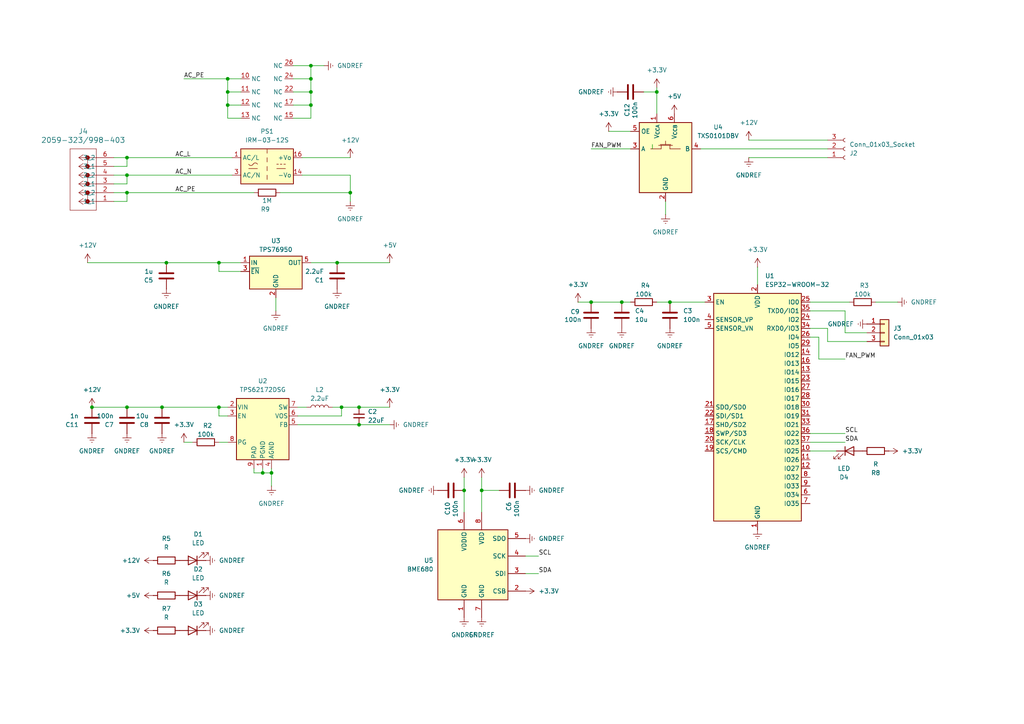
<source format=kicad_sch>
(kicad_sch (version 20231120) (generator "eeschema") (generator_version "8.0")
  (paper "A4")
  (lib_symbols
    (symbol "2025-02-11_15-19-27:2059-323_998-403" (pin_names (offset 0.254))
      (property "Reference" "J" (at 8.89 6.35 0))
      (property "Value" "2059-323/998-403" (at 0 0 0))
      (symbol "2059-323_998-403_1_1"
        (polyline (pts (xy 5.08 -15.24) (xy 12.7 -15.24)) (stroke (width 0.127)))
        (polyline (pts (xy 5.08 2.54) (xy 5.08 -15.24)) (stroke (width 0.127)))
        (polyline (pts (xy 7.62 -10.16) (xy 7.62 -12.7)) (stroke (width 0.127)))
        (polyline (pts (xy 7.62 -5.08) (xy 7.62 -7.62)) (stroke (width 0.127)))
        (polyline (pts (xy 7.62 0) (xy 7.62 -2.54)) (stroke (width 0.127)))
        (polyline (pts (xy 10.16 -12.7) (xy 5.08 -12.7)) (stroke (width 0.127)))
        (polyline (pts (xy 10.16 -12.7) (xy 8.89 -13.5467)) (stroke (width 0.127)))
        (polyline (pts (xy 10.16 -12.7) (xy 8.89 -11.8533)) (stroke (width 0.127)))
        (polyline (pts (xy 10.16 -10.16) (xy 5.08 -10.16)) (stroke (width 0.127)))
        (polyline (pts (xy 10.16 -10.16) (xy 8.89 -11.0067)) (stroke (width 0.127)))
        (polyline (pts (xy 10.16 -10.16) (xy 8.89 -9.3133)) (stroke (width 0.127)))
        (polyline (pts (xy 10.16 -7.62) (xy 5.08 -7.62)) (stroke (width 0.127)))
        (polyline (pts (xy 10.16 -7.62) (xy 8.89 -8.4667)) (stroke (width 0.127)))
        (polyline (pts (xy 10.16 -7.62) (xy 8.89 -6.7733)) (stroke (width 0.127)))
        (polyline (pts (xy 10.16 -5.08) (xy 5.08 -5.08)) (stroke (width 0.127)))
        (polyline (pts (xy 10.16 -5.08) (xy 8.89 -5.9267)) (stroke (width 0.127)))
        (polyline (pts (xy 10.16 -5.08) (xy 8.89 -4.2333)) (stroke (width 0.127)))
        (polyline (pts (xy 10.16 -2.54) (xy 5.08 -2.54)) (stroke (width 0.127)))
        (polyline (pts (xy 10.16 -2.54) (xy 8.89 -3.3867)) (stroke (width 0.127)))
        (polyline (pts (xy 10.16 -2.54) (xy 8.89 -1.6933)) (stroke (width 0.127)))
        (polyline (pts (xy 10.16 0) (xy 5.08 0)) (stroke (width 0.127)))
        (polyline (pts (xy 10.16 0) (xy 8.89 -0.8467)) (stroke (width 0.127)))
        (polyline (pts (xy 10.16 0) (xy 8.89 0.8467)) (stroke (width 0.127)))
        (polyline (pts (xy 12.7 -15.24) (xy 12.7 2.54)) (stroke (width 0.127)))
        (polyline (pts (xy 12.7 2.54) (xy 5.08 2.54)) (stroke (width 0.127)))
        (circle (center 7.62 -12.7) (radius 0.127) (stroke (width 0.508)))
        (circle (center 7.62 -10.16) (radius 0.127) (stroke (width 0.508)))
        (circle (center 7.62 -7.62) (radius 0.127) (stroke (width 0.508)))
        (circle (center 7.62 -5.08) (radius 0.127) (stroke (width 0.508)))
        (circle (center 7.62 -2.54) (radius 0.127) (stroke (width 0.508)))
        (circle (center 7.62 0) (radius 0.127) (stroke (width 0.508)))
        (pin unspecified line (at 0 0 0) (length 5.08) (name "1_1") (number "1"))
        (pin unspecified line (at 0 -2.54 0) (length 5.08) (name "1_2") (number "2"))
        (pin unspecified line (at 0 -5.08 0) (length 5.08) (name "2_1") (number "3"))
        (pin unspecified line (at 0 -7.62 0) (length 5.08) (name "2_2") (number "4"))
        (pin unspecified line (at 0 -10.16 0) (length 5.08) (name "3_1") (number "5"))
        (pin unspecified line (at 0 -12.7 0) (length 5.08) (name "3_2") (number "6"))
      )
      (symbol "2059-323_998-403_1_2"
        (polyline (pts (xy 5.08 -15.24) (xy 12.7 -15.24)) (stroke (width 0.127)))
        (polyline (pts (xy 5.08 2.54) (xy 5.08 -15.24)) (stroke (width 0.127)))
        (polyline (pts (xy 7.62 -10.16) (xy 7.62 -12.7)) (stroke (width 0.127)))
        (polyline (pts (xy 7.62 -5.08) (xy 7.62 -7.62)) (stroke (width 0.127)))
        (polyline (pts (xy 7.62 0) (xy 7.62 -2.54)) (stroke (width 0.127)))
        (polyline (pts (xy 10.16 -12.7) (xy 5.08 -12.7)) (stroke (width 0.127)))
        (polyline (pts (xy 10.16 -12.7) (xy 8.89 -13.5467)) (stroke (width 0.127)))
        (polyline (pts (xy 10.16 -12.7) (xy 8.89 -11.8533)) (stroke (width 0.127)))
        (polyline (pts (xy 10.16 -10.16) (xy 5.08 -10.16)) (stroke (width 0.127)))
        (polyline (pts (xy 10.16 -10.16) (xy 8.89 -11.0067)) (stroke (width 0.127)))
        (polyline (pts (xy 10.16 -10.16) (xy 8.89 -9.3133)) (stroke (width 0.127)))
        (polyline (pts (xy 10.16 -7.62) (xy 5.08 -7.62)) (stroke (width 0.127)))
        (polyline (pts (xy 10.16 -7.62) (xy 8.89 -8.4667)) (stroke (width 0.127)))
        (polyline (pts (xy 10.16 -7.62) (xy 8.89 -6.7733)) (stroke (width 0.127)))
        (polyline (pts (xy 10.16 -5.08) (xy 5.08 -5.08)) (stroke (width 0.127)))
        (polyline (pts (xy 10.16 -5.08) (xy 8.89 -5.9267)) (stroke (width 0.127)))
        (polyline (pts (xy 10.16 -5.08) (xy 8.89 -4.2333)) (stroke (width 0.127)))
        (polyline (pts (xy 10.16 -2.54) (xy 5.08 -2.54)) (stroke (width 0.127)))
        (polyline (pts (xy 10.16 -2.54) (xy 8.89 -3.3867)) (stroke (width 0.127)))
        (polyline (pts (xy 10.16 -2.54) (xy 8.89 -1.6933)) (stroke (width 0.127)))
        (polyline (pts (xy 10.16 0) (xy 5.08 0)) (stroke (width 0.127)))
        (polyline (pts (xy 10.16 0) (xy 8.89 -0.8467)) (stroke (width 0.127)))
        (polyline (pts (xy 10.16 0) (xy 8.89 0.8467)) (stroke (width 0.127)))
        (polyline (pts (xy 12.7 -15.24) (xy 12.7 2.54)) (stroke (width 0.127)))
        (polyline (pts (xy 12.7 2.54) (xy 5.08 2.54)) (stroke (width 0.127)))
        (circle (center 7.62 -12.7) (radius 0.127) (stroke (width 0.508)))
        (circle (center 7.62 -10.16) (radius 0.127) (stroke (width 0.508)))
        (circle (center 7.62 -7.62) (radius 0.127) (stroke (width 0.508)))
        (circle (center 7.62 -5.08) (radius 0.127) (stroke (width 0.508)))
        (circle (center 7.62 -2.54) (radius 0.127) (stroke (width 0.508)))
        (circle (center 7.62 0) (radius 0.127) (stroke (width 0.508)))
        (pin unspecified line (at 0 0 0) (length 5.08) (name "1_1") (number "1"))
        (pin unspecified line (at 0 -2.54 0) (length 5.08) (name "1_2") (number "2"))
        (pin unspecified line (at 0 -5.08 0) (length 5.08) (name "2_1") (number "3"))
        (pin unspecified line (at 0 -7.62 0) (length 5.08) (name "2_2") (number "4"))
        (pin unspecified line (at 0 -10.16 0) (length 5.08) (name "3_1") (number "5"))
        (pin unspecified line (at 0 -12.7 0) (length 5.08) (name "3_2") (number "6"))
      )
    )
    (symbol "Connector:Conn_01x03_Socket" (pin_names (offset 1.016) hide)
      (property "Reference" "J" (at 0 5.08 0))
      (property "Value" "Conn_01x03_Socket" (at 0 -5.08 0))
      (symbol "Conn_01x03_Socket_1_1"
        (arc (start 0 -2.032) (mid -0.5058 -2.54) (end 0 -3.048) (stroke (width 0.1524)))
        (polyline (pts (xy -1.27 -2.54) (xy -0.508 -2.54)) (stroke (width 0.1524)))
        (polyline (pts (xy -1.27 0) (xy -0.508 0)) (stroke (width 0.1524)))
        (polyline (pts (xy -1.27 2.54) (xy -0.508 2.54)) (stroke (width 0.1524)))
        (arc (start 0 0.508) (mid -0.5058 0) (end 0 -0.508) (stroke (width 0.1524)))
        (arc (start 0 3.048) (mid -0.5058 2.54) (end 0 2.032) (stroke (width 0.1524)))
        (pin passive line (at -5.08 2.54 0) (length 3.81) (name "Pin_1") (number "1"))
        (pin passive line (at -5.08 0 0) (length 3.81) (name "Pin_2") (number "2"))
        (pin passive line (at -5.08 -2.54 0) (length 3.81) (name "Pin_3") (number "3"))
      )
    )
    (symbol "Connector_Generic:Conn_01x03" (pin_names (offset 1.016) hide)
      (property "Reference" "J" (at 0 5.08 0))
      (property "Value" "Conn_01x03" (at 0 -5.08 0))
      (symbol "Conn_01x03_1_1"
        (rectangle (start -1.27 -2.413) (end 0 -2.667) (stroke (width 0.1524)))
        (rectangle (start -1.27 0.127) (end 0 -0.127) (stroke (width 0.1524)))
        (rectangle (start -1.27 2.667) (end 0 2.413) (stroke (width 0.1524)))
        (rectangle (start -1.27 3.81) (end 1.27 -3.81) (stroke (width 0.254)) (fill (type background)))
        (pin passive line (at -5.08 2.54 0) (length 3.81) (name "Pin_1") (number "1"))
        (pin passive line (at -5.08 0 0) (length 3.81) (name "Pin_2") (number "2"))
        (pin passive line (at -5.08 -2.54 0) (length 3.81) (name "Pin_3") (number "3"))
      )
    )
    (symbol "Converter_ACDC:IRM-03-12S"
      (property "Reference" "PS1" (at 0 10.16 0))
      (property "Value" "IRM-03-12S" (at 0 7.62 0))
      (symbol "IRM-03-12S_0_1"
        (rectangle (start -7.62 5.08) (end 7.62 -5.08) (stroke (width 0.254)) (fill (type background)))
        (arc (start -5.334 0.635) (mid -4.699 0.2495) (end -4.064 0.635))
        (arc (start -2.794 0.635) (mid -3.429 1.0072) (end -4.064 0.635))
        (polyline (pts (xy -5.334 -0.635) (xy -2.794 -0.635)))
        (polyline (pts (xy 0 -2.54) (xy 0 -3.81)))
        (polyline (pts (xy 0 0) (xy 0 -1.27)))
        (polyline (pts (xy 0 2.54) (xy 0 1.27)))
        (polyline (pts (xy 0 5.08) (xy 0 3.81)))
        (polyline (pts (xy 2.794 -0.635) (xy 5.334 -0.635)))
        (polyline (pts (xy 2.794 0.635) (xy 3.302 0.635)))
        (polyline (pts (xy 3.81 0.635) (xy 4.318 0.635)))
        (polyline (pts (xy 4.826 0.635) (xy 5.334 0.635)))
      )
      (symbol "IRM-03-12S_1_1"
        (pin power_in line (at -10.16 2.54 0) (length 2.54) (name "AC/L") (number "1"))
        (pin free line (at -7.62 25.4 0) (length 2.54) (name "NC") (number "10"))
        (pin free line (at -7.62 21.59 0) (length 2.54) (name "NC") (number "11"))
        (pin free line (at -7.62 17.78 0) (length 2.54) (name "NC") (number "12"))
        (pin free line (at -7.62 13.97 0) (length 2.54) (name "NC") (number "13"))
        (pin power_out line (at 10.16 -2.54 180) (length 2.54) (name "-Vo") (number "14"))
        (pin free line (at 7.62 13.97 180) (length 2.54) (name "NC") (number "15"))
        (pin power_out line (at 10.16 2.54 180) (length 2.54) (name "+Vo") (number "16"))
        (pin free line (at 7.62 17.78 180) (length 2.54) (name "NC") (number "17"))
        (pin free line (at 7.62 21.59 180) (length 2.54) (name "NC") (number "22"))
        (pin free line (at 7.62 25.4 180) (length 2.54) (name "NC") (number "24"))
        (pin free line (at 7.62 29.21 180) (length 2.54) (name "NC") (number "26"))
        (pin power_in line (at -10.16 -2.54 0) (length 2.54) (name "AC/N") (number "3"))
      )
    )
    (symbol "Device:C" (pin_numbers hide) (pin_names (offset 0.254))
      (property "Reference" "C" (at 0.635 2.54 0))
      (property "Value" "C" (at 0.635 -2.54 0))
      (symbol "C_0_1"
        (polyline (pts (xy -2.032 -0.762) (xy 2.032 -0.762)) (stroke (width 0.508)))
        (polyline (pts (xy -2.032 0.762) (xy 2.032 0.762)) (stroke (width 0.508)))
      )
      (symbol "C_1_1"
        (pin passive line (at 0 3.81 270) (length 2.794) (name "~") (number "1"))
        (pin passive line (at 0 -3.81 90) (length 2.794) (name "~") (number "2"))
      )
    )
    (symbol "Device:C_Small" (pin_numbers hide) (pin_names (offset 0.254) hide)
      (property "Reference" "C" (at 0.254 1.778 0))
      (property "Value" "C_Small" (at 0.254 -2.032 0))
      (symbol "C_Small_0_1"
        (polyline (pts (xy -1.524 -0.508) (xy 1.524 -0.508)) (stroke (width 0.3302)))
        (polyline (pts (xy -1.524 0.508) (xy 1.524 0.508)) (stroke (width 0.3048)))
      )
      (symbol "C_Small_1_1"
        (pin passive line (at 0 2.54 270) (length 2.032) (name "~") (number "1"))
        (pin passive line (at 0 -2.54 90) (length 2.032) (name "~") (number "2"))
      )
    )
    (symbol "Device:L" (pin_numbers hide) (pin_names (offset 1.016) hide)
      (property "Reference" "L" (at -1.27 0 90))
      (property "Value" "L" (at 1.905 0 90))
      (symbol "L_0_1"
        (arc (start 0 -2.54) (mid 0.6323 -1.905) (end 0 -1.27))
        (arc (start 0 -1.27) (mid 0.6323 -0.635) (end 0 0))
        (arc (start 0 0) (mid 0.6323 0.635) (end 0 1.27))
        (arc (start 0 1.27) (mid 0.6323 1.905) (end 0 2.54))
      )
      (symbol "L_1_1"
        (pin passive line (at 0 3.81 270) (length 1.27) (name "1") (number "1"))
        (pin passive line (at 0 -3.81 90) (length 1.27) (name "2") (number "2"))
      )
    )
    (symbol "Device:LED" (pin_numbers hide) (pin_names (offset 1.016) hide)
      (property "Reference" "D" (at 0 2.54 0))
      (property "Value" "LED" (at 0 -2.54 0))
      (symbol "LED_0_1"
        (polyline (pts (xy -1.27 -1.27) (xy -1.27 1.27)) (stroke (width 0.254)))
        (polyline (pts (xy -1.27 0) (xy 1.27 0)))
        (polyline (pts (xy 1.27 -1.27) (xy 1.27 1.27) (xy -1.27 0) (xy 1.27 -1.27)) (stroke (width 0.254)))
        (polyline (pts (xy -3.048 -0.762) (xy -4.572 -2.286) (xy -3.81 -2.286) (xy -4.572 -2.286) (xy -4.572 -1.524)))
        (polyline (pts (xy -1.778 -0.762) (xy -3.302 -2.286) (xy -2.54 -2.286) (xy -3.302 -2.286) (xy -3.302 -1.524)))
      )
      (symbol "LED_1_1"
        (pin passive line (at -3.81 0 0) (length 2.54) (name "K") (number "1"))
        (pin passive line (at 3.81 0 180) (length 2.54) (name "A") (number "2"))
      )
    )
    (symbol "Device:R" (pin_numbers hide) (pin_names (offset 0))
      (property "Reference" "R" (at 2.032 0 90))
      (property "Value" "R" (at 0 0 90))
      (symbol "R_0_1"
        (rectangle (start -1.016 -2.54) (end 1.016 2.54) (stroke (width 0.254)))
      )
      (symbol "R_1_1"
        (pin passive line (at 0 3.81 270) (length 1.27) (name "~") (number "1"))
        (pin passive line (at 0 -3.81 90) (length 1.27) (name "~") (number "2"))
      )
    )
    (symbol "Logic_LevelTranslator:TXS0101DBV"
      (property "Reference" "U" (at -6.35 11.43 0))
      (property "Value" "TXS0101DBV" (at 8.89 11.43 0))
      (symbol "TXS0101DBV_0_1"
        (rectangle (start -7.62 10.16) (end 7.62 -10.16) (stroke (width 0.254)) (fill (type background)))
      )
      (symbol "TXS0101DBV_1_1"
        (polyline (pts (xy -4.318 2.54) (xy -1.27 2.54)))
        (polyline (pts (xy -2.032 3.556) (xy 2.032 3.556)))
        (polyline (pts (xy -1.524 3.81) (xy 1.524 3.81)))
        (polyline (pts (xy -1.27 2.54) (xy -1.27 3.556)))
        (polyline (pts (xy 0 3.81) (xy 0 4.826)))
        (polyline (pts (xy 1.27 2.54) (xy 1.27 3.556)))
        (polyline (pts (xy 4.318 2.54) (xy 1.27 2.54)))
        (pin power_in line (at -2.54 12.7 270) (length 2.54) (name "V_{CCA}") (number "1"))
        (pin power_in line (at 0 -12.7 90) (length 2.54) (name "GND") (number "2"))
        (pin bidirectional line (at -10.16 2.54 0) (length 2.54) (name "A") (number "3"))
        (pin bidirectional line (at 10.16 2.54 180) (length 2.54) (name "B") (number "4"))
        (pin input line (at -10.16 7.62 0) (length 2.54) (name "OE") (number "5"))
        (pin power_in line (at 2.54 12.7 270) (length 2.54) (name "V_{CCB}") (number "6"))
      )
    )
    (symbol "RF_Module:ESP32-WROOM-32"
      (property "Reference" "U" (at -12.7 34.29 0))
      (property "Value" "ESP32-WROOM-32" (at 1.27 34.29 0))
      (symbol "ESP32-WROOM-32_0_1"
        (rectangle (start -12.7 33.02) (end 12.7 -33.02) (stroke (width 0.254)) (fill (type background)))
      )
      (symbol "ESP32-WROOM-32_1_1"
        (pin power_in line (at 0 -35.56 90) (length 2.54) (name "GND") (number "1"))
        (pin bidirectional line (at 15.24 -12.7 180) (length 2.54) (name "IO25") (number "10"))
        (pin bidirectional line (at 15.24 -15.24 180) (length 2.54) (name "IO26") (number "11"))
        (pin bidirectional line (at 15.24 -17.78 180) (length 2.54) (name "IO27") (number "12"))
        (pin bidirectional line (at 15.24 10.16 180) (length 2.54) (name "IO14") (number "13"))
        (pin bidirectional line (at 15.24 15.24 180) (length 2.54) (name "IO12") (number "14"))
        (pin passive line (at 0 -35.56 90) (length 2.54) hide (name "GND") (number "15"))
        (pin bidirectional line (at 15.24 12.7 180) (length 2.54) (name "IO13") (number "16"))
        (pin bidirectional line (at -15.24 -5.08 0) (length 2.54) (name "SHD/SD2") (number "17"))
        (pin bidirectional line (at -15.24 -7.62 0) (length 2.54) (name "SWP/SD3") (number "18"))
        (pin bidirectional line (at -15.24 -12.7 0) (length 2.54) (name "SCS/CMD") (number "19"))
        (pin power_in line (at 0 35.56 270) (length 2.54) (name "VDD") (number "2"))
        (pin bidirectional line (at -15.24 -10.16 0) (length 2.54) (name "SCK/CLK") (number "20"))
        (pin bidirectional line (at -15.24 0 0) (length 2.54) (name "SDO/SD0") (number "21"))
        (pin bidirectional line (at -15.24 -2.54 0) (length 2.54) (name "SDI/SD1") (number "22"))
        (pin bidirectional line (at 15.24 7.62 180) (length 2.54) (name "IO15") (number "23"))
        (pin bidirectional line (at 15.24 25.4 180) (length 2.54) (name "IO2") (number "24"))
        (pin bidirectional line (at 15.24 30.48 180) (length 2.54) (name "IO0") (number "25"))
        (pin bidirectional line (at 15.24 20.32 180) (length 2.54) (name "IO4") (number "26"))
        (pin bidirectional line (at 15.24 5.08 180) (length 2.54) (name "IO16") (number "27"))
        (pin bidirectional line (at 15.24 2.54 180) (length 2.54) (name "IO17") (number "28"))
        (pin bidirectional line (at 15.24 17.78 180) (length 2.54) (name "IO5") (number "29"))
        (pin input line (at -15.24 30.48 0) (length 2.54) (name "EN") (number "3"))
        (pin bidirectional line (at 15.24 0 180) (length 2.54) (name "IO18") (number "30"))
        (pin bidirectional line (at 15.24 -2.54 180) (length 2.54) (name "IO19") (number "31"))
        (pin no_connect line (at -12.7 -27.94 0) (length 2.54) hide (name "NC") (number "32"))
        (pin bidirectional line (at 15.24 -5.08 180) (length 2.54) (name "IO21") (number "33"))
        (pin bidirectional line (at 15.24 22.86 180) (length 2.54) (name "RXD0/IO3") (number "34"))
        (pin bidirectional line (at 15.24 27.94 180) (length 2.54) (name "TXD0/IO1") (number "35"))
        (pin bidirectional line (at 15.24 -7.62 180) (length 2.54) (name "IO22") (number "36"))
        (pin bidirectional line (at 15.24 -10.16 180) (length 2.54) (name "IO23") (number "37"))
        (pin passive line (at 0 -35.56 90) (length 2.54) hide (name "GND") (number "38"))
        (pin passive line (at 0 -35.56 90) (length 2.54) hide (name "GND") (number "39"))
        (pin input line (at -15.24 25.4 0) (length 2.54) (name "SENSOR_VP") (number "4"))
        (pin input line (at -15.24 22.86 0) (length 2.54) (name "SENSOR_VN") (number "5"))
        (pin input line (at 15.24 -25.4 180) (length 2.54) (name "IO34") (number "6"))
        (pin input line (at 15.24 -27.94 180) (length 2.54) (name "IO35") (number "7"))
        (pin bidirectional line (at 15.24 -20.32 180) (length 2.54) (name "IO32") (number "8"))
        (pin bidirectional line (at 15.24 -22.86 180) (length 2.54) (name "IO33") (number "9"))
      )
    )
    (symbol "Regulator_Linear:TPS76950" (pin_names (offset 0.254))
      (property "Reference" "U" (at -6.35 5.715 0))
      (property "Value" "TPS76950" (at 0 5.715 0))
      (symbol "TPS76950_0_1"
        (rectangle (start -7.62 4.445) (end 7.62 -5.08) (stroke (width 0.254)) (fill (type background)))
      )
      (symbol "TPS76950_1_1"
        (pin power_in line (at -10.16 2.54 0) (length 2.54) (name "IN") (number "1"))
        (pin power_in line (at 0 -7.62 90) (length 2.54) (name "GND") (number "2"))
        (pin input line (at -10.16 0 0) (length 2.54) (name "~{EN}") (number "3"))
        (pin no_connect line (at 7.62 0 180) (length 2.54) hide (name "NC") (number "4"))
        (pin power_out line (at 10.16 2.54 180) (length 2.54) (name "OUT") (number "5"))
      )
    )
    (symbol "Regulator_Switching:TPS62172DSG" (pin_names (offset 0.254))
      (property "Reference" "U" (at -7.62 11.43 0))
      (property "Value" "TPS62172DSG" (at -1.27 11.43 0))
      (symbol "TPS62172DSG_0_1"
        (rectangle (start -7.62 10.16) (end 7.62 -7.62) (stroke (width 0.254)) (fill (type background)))
      )
      (symbol "TPS62172DSG_1_1"
        (pin power_in line (at 0 -10.16 90) (length 2.54) (name "PGND") (number "1"))
        (pin power_in line (at -10.16 7.62 0) (length 2.54) (name "VIN") (number "2"))
        (pin input line (at -10.16 5.08 0) (length 2.54) (name "EN") (number "3"))
        (pin power_in line (at 2.54 -10.16 90) (length 2.54) (name "AGND") (number "4"))
        (pin input line (at 10.16 2.54 180) (length 2.54) (name "FB") (number "5"))
        (pin input line (at 10.16 5.08 180) (length 2.54) (name "VOS") (number "6"))
        (pin output line (at 10.16 7.62 180) (length 2.54) (name "SW") (number "7"))
        (pin open_collector line (at -10.16 -2.54 0) (length 2.54) (name "PG") (number "8"))
        (pin power_in line (at -2.54 -10.16 90) (length 2.54) (name "PAD") (number "9"))
      )
    )
    (symbol "Sensor:BME680"
      (property "Reference" "U" (at -8.89 11.43 0))
      (property "Value" "BME680" (at 7.62 11.43 0))
      (symbol "BME680_0_1"
        (rectangle (start -10.16 10.16) (end 10.16 -10.16) (stroke (width 0.254)) (fill (type background)))
      )
      (symbol "BME680_1_1"
        (pin power_in line (at -2.54 -15.24 90) (length 5.08) (name "GND") (number "1"))
        (pin input line (at 15.24 -7.62 180) (length 5.08) (name "CSB") (number "2"))
        (pin bidirectional line (at 15.24 -2.54 180) (length 5.08) (name "SDI") (number "3"))
        (pin input line (at 15.24 2.54 180) (length 5.08) (name "SCK") (number "4"))
        (pin bidirectional line (at 15.24 7.62 180) (length 5.08) (name "SDO") (number "5"))
        (pin power_in line (at -2.54 15.24 270) (length 5.08) (name "VDDIO") (number "6"))
        (pin power_in line (at 2.54 -15.24 90) (length 5.08) (name "GND") (number "7"))
        (pin power_in line (at 2.54 15.24 270) (length 5.08) (name "VDD") (number "8"))
      )
    )
    (symbol "power:+12V" (power) (pin_numbers hide) (pin_names (offset 0) hide)
      (property "Value" "+12V" (at 0 3.556 0))
      (symbol "+12V_0_1"
        (polyline (pts (xy -0.762 1.27) (xy 0 2.54)))
        (polyline (pts (xy 0 0) (xy 0 2.54)))
        (polyline (pts (xy 0 2.54) (xy 0.762 1.27)))
      )
      (symbol "+12V_1_1"
        (pin power_in line (at 0 0 90) (length 0) (name "~") (number "1"))
      )
    )
    (symbol "power:+3.3V" (power) (pin_numbers hide) (pin_names (offset 0) hide)
      (property "Value" "+3.3V" (at 0 3.556 0))
      (symbol "+3.3V_0_1"
        (polyline (pts (xy -0.762 1.27) (xy 0 2.54)))
        (polyline (pts (xy 0 0) (xy 0 2.54)))
        (polyline (pts (xy 0 2.54) (xy 0.762 1.27)))
      )
      (symbol "+3.3V_1_1"
        (pin power_in line (at 0 0 90) (length 0) (name "~") (number "1"))
      )
    )
    (symbol "power:+5V" (power) (pin_numbers hide) (pin_names (offset 0) hide)
      (property "Value" "+5V" (at 0 3.556 0))
      (symbol "+5V_0_1"
        (polyline (pts (xy -0.762 1.27) (xy 0 2.54)))
        (polyline (pts (xy 0 0) (xy 0 2.54)))
        (polyline (pts (xy 0 2.54) (xy 0.762 1.27)))
      )
      (symbol "+5V_1_1"
        (pin power_in line (at 0 0 90) (length 0) (name "~") (number "1"))
      )
    )
    (symbol "power:GNDREF" (power) (pin_numbers hide) (pin_names (offset 0) hide)
      (property "Value" "GNDREF" (at 0 -3.81 0))
      (symbol "GNDREF_0_1"
        (polyline (pts (xy -0.635 -1.905) (xy 0.635 -1.905)))
        (polyline (pts (xy -0.127 -2.54) (xy 0.127 -2.54)))
        (polyline (pts (xy 0 -1.27) (xy 0 0)))
        (polyline (pts (xy 1.27 -1.27) (xy -1.27 -1.27)))
      )
      (symbol "GNDREF_1_1"
        (pin power_in line (at 0 0 270) (length 0) (name "~") (number "1"))
      )
    )
  )
  (junction (at 36.83 50.8))
  (junction (at 171.45 87.63))
  (junction (at 66.04 22.86))
  (junction (at 36.83 55.88))
  (junction (at 66.04 26.67))
  (junction (at 104.14 118.11))
  (junction (at 90.17 22.86))
  (junction (at 139.7 142.24))
  (junction (at 90.17 30.48))
  (junction (at 180.34 87.63))
  (junction (at 190.5 26.67))
  (junction (at 36.83 118.11))
  (junction (at 99.06 118.11))
  (junction (at 97.79 76.2))
  (junction (at 134.62 142.24))
  (junction (at 76.2 137.16))
  (junction (at 104.14 123.19))
  (junction (at 78.74 137.16))
  (junction (at 36.83 45.72))
  (junction (at 63.5 118.11))
  (junction (at 48.26 76.2))
  (junction (at 101.6 55.88))
  (junction (at 46.99 118.11))
  (junction (at 66.04 30.48))
  (junction (at 194.31 87.63))
  (junction (at 90.17 26.67))
  (junction (at 26.67 118.11))
  (junction (at 63.5 76.2))
  (junction (at 90.17 19.05))
  (wire (pts (xy 26.67 118.11) (xy 36.83 118.11)))
  (wire (pts (xy 97.79 76.2) (xy 113.03 76.2)))
  (wire (pts (xy 63.5 78.74) (xy 63.5 76.2)))
  (wire (pts (xy 139.7 138.43) (xy 139.7 142.24)))
  (wire (pts (xy 66.04 30.48) (xy 69.85 30.48)))
  (wire (pts (xy 33.02 50.8) (xy 36.83 50.8)))
  (wire (pts (xy 217.17 40.64) (xy 240.03 40.64)))
  (wire (pts (xy 69.85 78.74) (xy 63.5 78.74)))
  (wire (pts (xy 90.17 26.67) (xy 90.17 22.86)))
  (wire (pts (xy 53.34 22.86) (xy 66.04 22.86)))
  (wire (pts (xy 96.52 118.11) (xy 99.06 118.11)))
  (wire (pts (xy 85.09 19.05) (xy 90.17 19.05)))
  (wire (pts (xy 176.53 38.1) (xy 182.88 38.1)))
  (wire (pts (xy 217.17 45.72) (xy 240.03 45.72)))
  (wire (pts (xy 66.04 30.48) (xy 66.04 26.67)))
  (wire (pts (xy 33.02 53.34) (xy 36.83 53.34)))
  (wire (pts (xy 237.49 97.79) (xy 237.49 104.14)))
  (wire (pts (xy 86.36 120.65) (xy 99.06 120.65)))
  (wire (pts (xy 73.66 135.89) (xy 73.66 137.16)))
  (wire (pts (xy 190.5 87.63) (xy 194.31 87.63)))
  (wire (pts (xy 78.74 137.16) (xy 78.74 135.89)))
  (wire (pts (xy 88.9 118.11) (xy 86.36 118.11)))
  (wire (pts (xy 80.01 86.36) (xy 80.01 90.17)))
  (wire (pts (xy 240.03 95.25) (xy 234.95 95.25)))
  (wire (pts (xy 81.28 55.88) (xy 101.6 55.88)))
  (wire (pts (xy 97.79 76.2) (xy 90.17 76.2)))
  (wire (pts (xy 167.64 87.63) (xy 171.45 87.63)))
  (wire (pts (xy 194.31 87.63) (xy 204.47 87.63)))
  (wire (pts (xy 66.04 22.86) (xy 69.85 22.86)))
  (wire (pts (xy 36.83 55.88) (xy 73.66 55.88)))
  (wire (pts (xy 66.04 26.67) (xy 66.04 22.86)))
  (wire (pts (xy 240.03 99.06) (xy 240.03 95.25)))
  (wire (pts (xy 242.57 130.81) (xy 234.95 130.81)))
  (wire (pts (xy 85.09 34.29) (xy 90.17 34.29)))
  (wire (pts (xy 90.17 19.05) (xy 93.98 19.05)))
  (wire (pts (xy 171.45 87.63) (xy 180.34 87.63)))
  (wire (pts (xy 66.04 34.29) (xy 66.04 30.48)))
  (wire (pts (xy 36.83 58.42) (xy 36.83 55.88)))
  (wire (pts (xy 234.95 128.27) (xy 245.11 128.27)))
  (wire (pts (xy 53.34 128.27) (xy 55.88 128.27)))
  (wire (pts (xy 99.06 118.11) (xy 104.14 118.11)))
  (wire (pts (xy 76.2 135.89) (xy 76.2 137.16)))
  (wire (pts (xy 190.5 26.67) (xy 190.5 33.02)))
  (wire (pts (xy 101.6 58.42) (xy 101.6 55.88)))
  (wire (pts (xy 254 87.63) (xy 260.35 87.63)))
  (wire (pts (xy 234.95 90.17) (xy 245.11 90.17)))
  (wire (pts (xy 66.04 26.67) (xy 69.85 26.67)))
  (wire (pts (xy 99.06 120.65) (xy 99.06 118.11)))
  (wire (pts (xy 73.66 137.16) (xy 76.2 137.16)))
  (wire (pts (xy 33.02 55.88) (xy 36.83 55.88)))
  (wire (pts (xy 203.2 43.18) (xy 240.03 43.18)))
  (wire (pts (xy 234.95 125.73) (xy 245.11 125.73)))
  (wire (pts (xy 156.21 166.37) (xy 152.4 166.37)))
  (wire (pts (xy 134.62 138.43) (xy 134.62 142.24)))
  (wire (pts (xy 180.34 87.63) (xy 182.88 87.63)))
  (wire (pts (xy 63.5 120.65) (xy 63.5 118.11)))
  (wire (pts (xy 245.11 90.17) (xy 245.11 96.52)))
  (wire (pts (xy 171.45 43.18) (xy 182.88 43.18)))
  (wire (pts (xy 63.5 118.11) (xy 66.04 118.11)))
  (wire (pts (xy 190.5 25.4) (xy 190.5 26.67)))
  (wire (pts (xy 237.49 104.14) (xy 245.11 104.14)))
  (wire (pts (xy 63.5 76.2) (xy 69.85 76.2)))
  (wire (pts (xy 78.74 140.97) (xy 78.74 137.16)))
  (wire (pts (xy 85.09 30.48) (xy 90.17 30.48)))
  (wire (pts (xy 186.69 26.67) (xy 190.5 26.67)))
  (wire (pts (xy 46.99 118.11) (xy 63.5 118.11)))
  (wire (pts (xy 85.09 26.67) (xy 90.17 26.67)))
  (wire (pts (xy 101.6 55.88) (xy 101.6 50.8)))
  (wire (pts (xy 36.83 50.8) (xy 67.31 50.8)))
  (wire (pts (xy 69.85 34.29) (xy 66.04 34.29)))
  (wire (pts (xy 33.02 58.42) (xy 36.83 58.42)))
  (wire (pts (xy 156.21 161.29) (xy 152.4 161.29)))
  (wire (pts (xy 63.5 128.27) (xy 66.04 128.27)))
  (wire (pts (xy 76.2 137.16) (xy 78.74 137.16)))
  (wire (pts (xy 66.04 120.65) (xy 63.5 120.65)))
  (wire (pts (xy 251.46 99.06) (xy 240.03 99.06)))
  (wire (pts (xy 246.38 87.63) (xy 234.95 87.63)))
  (wire (pts (xy 113.03 123.19) (xy 104.14 123.19)))
  (wire (pts (xy 189.23 43.18) (xy 189.23 41.91)))
  (wire (pts (xy 134.62 142.24) (xy 134.62 148.59)))
  (wire (pts (xy 33.02 48.26) (xy 36.83 48.26)))
  (wire (pts (xy 87.63 45.72) (xy 101.6 45.72)))
  (wire (pts (xy 85.09 22.86) (xy 90.17 22.86)))
  (wire (pts (xy 144.78 142.24) (xy 139.7 142.24)))
  (wire (pts (xy 193.04 62.23) (xy 193.04 58.42)))
  (wire (pts (xy 139.7 142.24) (xy 139.7 148.59)))
  (wire (pts (xy 101.6 50.8) (xy 87.63 50.8)))
  (wire (pts (xy 90.17 34.29) (xy 90.17 30.48)))
  (wire (pts (xy 36.83 118.11) (xy 46.99 118.11)))
  (wire (pts (xy 245.11 96.52) (xy 251.46 96.52)))
  (wire (pts (xy 90.17 30.48) (xy 90.17 26.67)))
  (wire (pts (xy 104.14 123.19) (xy 86.36 123.19)))
  (wire (pts (xy 36.83 53.34) (xy 36.83 50.8)))
  (wire (pts (xy 90.17 22.86) (xy 90.17 19.05)))
  (wire (pts (xy 36.83 48.26) (xy 36.83 45.72)))
  (wire (pts (xy 104.14 118.11) (xy 113.03 118.11)))
  (wire (pts (xy 25.4 76.2) (xy 48.26 76.2)))
  (wire (pts (xy 36.83 45.72) (xy 67.31 45.72)))
  (wire (pts (xy 48.26 76.2) (xy 63.5 76.2)))
  (wire (pts (xy 219.71 77.47) (xy 219.71 82.55)))
  (wire (pts (xy 234.95 97.79) (xy 237.49 97.79)))
  (wire (pts (xy 33.02 45.72) (xy 36.83 45.72)))
  (label "AC_PE" (at 50.8 55.88 0))
  (label "FAN_PWM" (at 245.11 104.14 0))
  (label "SCL" (at 156.21 161.29 0))
  (label "SDA" (at 156.21 166.37 0))
  (label "SDA" (at 245.11 128.27 0))
  (label "AC_PE" (at 53.34 22.86 0))
  (label "AC_N" (at 50.8 50.8 0))
  (label "FAN_PWM" (at 171.45 43.18 0))
  (label "AC_L" (at 50.8 45.72 0))
  (label "SCL" (at 245.11 125.73 0))
  (symbol (lib_id "Device:C") (at 130.81 142.24 270) (unit 1)
    (property "Reference" "C10" (at 129.794 145.542 0) (effects (justify left)))
    (property "Value" "100n" (at 132.08 145.034 0) (effects (justify left)))
    (property "Footprint" "Capacitor_SMD:C_0805_2012Metric_Pad1.18x1.45mm_HandSolder" (effects (hide yes)))
    (property "Description" "Unpolarized capacitor" (effects (hide yes)))
  )
  (symbol (lib_id "Connector_Generic:Conn_01x03") (at 256.54 96.52 0) (unit 1)
    (property "Reference" "J3" (at 259.08 95.2499 0) (effects (justify left)))
    (property "Value" "Conn_01x03" (at 259.08 97.7899 0) (effects (justify left)))
    (property "Footprint" "Connector_PinHeader_1.00mm:PinHeader_1x03_P1.00mm_Vertical" (effects (hide yes)))
    (property "Description" "Generic connector, single row, 01x03, script generated (kicad-library-utils/schlib/autogen/connector/)" (effects (hide yes)))
  )
  (symbol (lib_id "power:+12V") (at 26.67 118.11 0) (unit 1)
    (property "Reference" "#PWR09" (effects (hide yes)))
    (property "Value" "+12V" (at 26.67 113.03 0))
    (property "Description" "Power symbol creates a global label with name \"+12V\"" (effects (hide yes)))
  )
  (symbol (lib_id "power:+3.3V") (at 44.45 182.88 90) (unit 1)
    (property "Reference" "#PWR038" (effects (hide yes)))
    (property "Value" "+3.3V" (at 40.64 182.8799 90) (effects (justify left)))
    (property "Description" "Power symbol creates a global label with name \"+3.3V\"" (effects (hide yes)))
  )
  (symbol (lib_id "power:+5V") (at 113.03 76.2 0) (unit 1)
    (property "Reference" "#PWR06" (effects (hide yes)))
    (property "Value" "+5V" (at 113.03 71.12 0))
    (property "Description" "Power symbol creates a global label with name \"+5V\"" (effects (hide yes)))
  )
  (symbol (lib_id "power:GNDREF") (at 139.7 179.07 0) (unit 1)
    (property "Reference" "#PWR041" (effects (hide yes)))
    (property "Value" "GNDREF" (at 139.7 184.15 0))
    (property "Description" "Power symbol creates a global label with name \"GNDREF\" , reference supply ground" (effects (hide yes)))
  )
  (symbol (lib_id "Device:C_Small") (at 104.14 120.65 0) (unit 1)
    (property "Reference" "C2" (at 106.68 119.3862 0) (effects (justify left)))
    (property "Value" "22uF" (at 106.68 121.9262 0) (effects (justify left)))
    (property "Footprint" "Capacitor_SMD:C_0805_2012Metric_Pad1.18x1.45mm_HandSolder" (effects (hide yes)))
    (property "Description" "Unpolarized capacitor, small symbol" (effects (hide yes)))
  )
  (symbol (lib_id "power:+3.3V") (at 53.34 128.27 0) (unit 1)
    (property "Reference" "#PWR012" (effects (hide yes)))
    (property "Value" "+3.3V" (at 53.34 123.19 0))
    (property "Description" "Power symbol creates a global label with name \"+3.3V\"" (effects (hide yes)))
  )
  (symbol (lib_id "power:GNDREF") (at 180.34 95.25 0) (unit 1)
    (property "Reference" "#PWR024" (effects (hide yes)))
    (property "Value" "GNDREF" (at 180.34 100.33 0))
    (property "Description" "Power symbol creates a global label with name \"GNDREF\" , reference supply ground" (effects (hide yes)))
  )
  (symbol (lib_id "power:+12V") (at 25.4 76.2 0) (unit 1)
    (property "Reference" "#PWR05" (effects (hide yes)))
    (property "Value" "+12V" (at 25.4 71.12 0))
    (property "Description" "Power symbol creates a global label with name \"+12V\"" (effects (hide yes)))
  )
  (symbol (lib_id "power:GNDREF") (at 179.07 26.67 270) (unit 1)
    (property "Reference" "#PWR046" (effects (hide yes)))
    (property "Value" "GNDREF" (at 175.26 26.6699 90) (effects (justify right)))
    (property "Description" "Power symbol creates a global label with name \"GNDREF\" , reference supply ground" (effects (hide yes)))
  )
  (symbol (lib_id "Device:R") (at 48.26 162.56 90) (unit 1)
    (property "Reference" "R5" (at 48.26 156.21 90))
    (property "Value" "R" (at 48.26 158.75 90))
    (property "Footprint" "Resistor_SMD:R_0603_1608Metric_Pad0.98x0.95mm_HandSolder" (effects (hide yes)))
    (property "Description" "Resistor" (effects (hide yes)))
  )
  (symbol (lib_id "Device:L") (at 92.71 118.11 90) (unit 1)
    (property "Reference" "L2" (at 92.71 113.03 90))
    (property "Value" "2.2uF" (at 92.71 115.57 90))
    (property "Footprint" "Inductor_SMD:L_0805_2012Metric_Pad1.15x1.40mm_HandSolder" (effects (hide yes)))
    (property "Description" "Inductor" (effects (hide yes)))
  )
  (symbol (lib_id "2025-02-11_15-19-27:2059-323_998-403") (at 33.02 58.42 180) (unit 1)
    (property "Reference" "J4" (at 24.13 38.1 0) (effects (font (size 1.524 1.524))))
    (property "Value" "2059-323/998-403" (at 24.13 40.64 0) (effects (font (size 1.524 1.524))))
    (property "Footprint" "KWLcontrol:CONN3_2059-323&slash_998-403_WAG" (effects (hide yes)))
    (property "Datasheet" "2059-323/998-403" (effects (hide yes)))
  )
  (symbol (lib_id "Device:C") (at 36.83 121.92 180) (unit 1)
    (property "Reference" "C7" (at 33.02 123.1901 0) (effects (justify left)))
    (property "Value" "100n" (at 33.02 120.6501 0) (effects (justify left)))
    (property "Footprint" "Capacitor_SMD:C_0805_2012Metric_Pad1.18x1.45mm_HandSolder" (effects (hide yes)))
    (property "Description" "Unpolarized capacitor" (effects (hide yes)))
  )
  (symbol (lib_id "Device:LED") (at 55.88 162.56 180) (unit 1)
    (property "Reference" "D1" (at 57.4675 154.94 0))
    (property "Value" "LED" (at 57.4675 157.48 0))
    (property "Footprint" "LED_SMD:LED_0603_1608Metric_Pad1.05x0.95mm_HandSolder" (effects (hide yes)))
    (property "Description" "Light emitting diode" (effects (hide yes)))
  )
  (symbol (lib_id "power:GNDREF") (at 152.4 142.24 90) (unit 1)
    (property "Reference" "#PWR044" (effects (hide yes)))
    (property "Value" "GNDREF" (at 156.21 142.2399 90) (effects (justify right)))
    (property "Description" "Power symbol creates a global label with name \"GNDREF\" , reference supply ground" (effects (hide yes)))
  )
  (symbol (lib_id "power:GNDREF") (at 127 142.24 270) (unit 1)
    (property "Reference" "#PWR045" (effects (hide yes)))
    (property "Value" "GNDREF" (at 123.19 142.2399 90) (effects (justify right)))
    (property "Description" "Power symbol creates a global label with name \"GNDREF\" , reference supply ground" (effects (hide yes)))
  )
  (symbol (lib_id "power:GNDREF") (at 59.69 182.88 90) (unit 1)
    (property "Reference" "#PWR035" (effects (hide yes)))
    (property "Value" "GNDREF" (at 63.5 182.8799 90) (effects (justify right)))
    (property "Description" "Power symbol creates a global label with name \"GNDREF\" , reference supply ground" (effects (hide yes)))
  )
  (symbol (lib_id "power:+3.3V") (at 134.62 138.43 0) (unit 1)
    (property "Reference" "#PWR08" (effects (hide yes)))
    (property "Value" "+3.3V" (at 134.62 133.35 0))
    (property "Description" "Power symbol creates a global label with name \"+3.3V\"" (effects (hide yes)))
  )
  (symbol (lib_id "Device:R") (at 48.26 182.88 90) (unit 1)
    (property "Reference" "R7" (at 48.26 176.53 90))
    (property "Value" "R" (at 48.26 179.07 90))
    (property "Footprint" "Resistor_SMD:R_0603_1608Metric_Pad0.98x0.95mm_HandSolder" (effects (hide yes)))
    (property "Description" "Resistor" (effects (hide yes)))
  )
  (symbol (lib_id "power:+3.3V") (at 219.71 77.47 0) (unit 1)
    (property "Reference" "#PWR014" (effects (hide yes)))
    (property "Value" "+3.3V" (at 219.71 72.39 0))
    (property "Description" "Power symbol creates a global label with name \"+3.3V\"" (effects (hide yes)))
  )
  (symbol (lib_id "power:+5V") (at 195.58 33.02 0) (unit 1)
    (property "Reference" "#PWR020" (effects (hide yes)))
    (property "Value" "+5V" (at 195.58 27.94 0))
    (property "Description" "Power symbol creates a global label with name \"+5V\"" (effects (hide yes)))
  )
  (symbol (lib_id "Device:R") (at 250.19 87.63 90) (unit 1)
    (property "Reference" "R3" (at 250.698 82.804 90))
    (property "Value" "100k" (at 250.19 85.344 90))
    (property "Footprint" "Resistor_SMD:R_0805_2012Metric_Pad1.20x1.40mm_HandSolder" (effects (hide yes)))
    (property "Description" "Resistor" (effects (hide yes)))
  )
  (symbol (lib_id "power:GNDREF") (at 152.4 156.21 90) (unit 1)
    (property "Reference" "#PWR043" (effects (hide yes)))
    (property "Value" "GNDREF" (at 156.21 156.2099 90) (effects (justify right)))
    (property "Description" "Power symbol creates a global label with name \"GNDREF\" , reference supply ground" (effects (hide yes)))
  )
  (symbol (lib_id "power:GNDREF") (at 194.31 95.25 0) (unit 1)
    (property "Reference" "#PWR025" (effects (hide yes)))
    (property "Value" "GNDREF" (at 194.31 100.33 0))
    (property "Description" "Power symbol creates a global label with name \"GNDREF\" , reference supply ground" (effects (hide yes)))
  )
  (symbol (lib_id "power:GNDREF") (at 134.62 179.07 0) (unit 1)
    (property "Reference" "#PWR031" (effects (hide yes)))
    (property "Value" "GNDREF" (at 134.62 184.15 0))
    (property "Description" "Power symbol creates a global label with name \"GNDREF\" , reference supply ground" (effects (hide yes)))
  )
  (symbol (lib_id "Logic_LevelTranslator:TXS0101DBV") (at 193.04 45.72 0) (unit 1)
    (property "Reference" "U4" (at 208.28 36.8614 0))
    (property "Value" "TXS0101DBV" (at 208.28 39.4014 0))
    (property "Footprint" "Package_TO_SOT_SMD:SOT-23-6" (effects (hide yes)))
    (property "Datasheet" "https://www.ti.com/lit/ds/symlink/txs0101.pdf" (effects (hide yes)))
    (property "Description" "1-Bit Bidirectional Voltage-Level Shifter for Open-Drain and Push-Pull Application, SOT-23" (effects (hide yes)))
  )
  (symbol (lib_id "power:GNDREF") (at 101.6 58.42 0) (unit 1)
    (property "Reference" "#PWR01" (effects (hide yes)))
    (property "Value" "GNDREF" (at 101.6 63.5 0))
    (property "Description" "Power symbol creates a global label with name \"GNDREF\" , reference supply ground" (effects (hide yes)))
  )
  (symbol (lib_id "Device:R") (at 77.47 55.88 270) (unit 1)
    (property "Reference" "R9" (at 76.962 60.706 90))
    (property "Value" "1M" (at 77.47 58.166 90))
    (property "Footprint" "Resistor_SMD:R_0805_2012Metric_Pad1.20x1.40mm_HandSolder" (effects (hide yes)))
    (property "Description" "Resistor" (effects (hide yes)))
  )
  (symbol (lib_id "power:GNDREF") (at 26.67 125.73 0) (unit 1)
    (property "Reference" "#PWR032" (effects (hide yes)))
    (property "Value" "GNDREF" (at 26.67 130.81 0))
    (property "Description" "Power symbol creates a global label with name \"GNDREF\" , reference supply ground" (effects (hide yes)))
  )
  (symbol (lib_id "power:+5V") (at 44.45 172.72 90) (unit 1)
    (property "Reference" "#PWR037" (effects (hide yes)))
    (property "Value" "+5V" (at 40.64 172.7199 90) (effects (justify left)))
    (property "Description" "Power symbol creates a global label with name \"+5V\"" (effects (hide yes)))
  )
  (symbol (lib_id "power:+12V") (at 217.17 40.64 0) (unit 1)
    (property "Reference" "#PWR016" (effects (hide yes)))
    (property "Value" "+12V" (at 217.17 35.56 0))
    (property "Description" "Power symbol creates a global label with name \"+12V\"" (effects (hide yes)))
  )
  (symbol (lib_id "power:GNDREF") (at 46.99 125.73 0) (unit 1)
    (property "Reference" "#PWR029" (effects (hide yes)))
    (property "Value" "GNDREF" (at 46.99 130.81 0))
    (property "Description" "Power symbol creates a global label with name \"GNDREF\" , reference supply ground" (effects (hide yes)))
  )
  (symbol (lib_id "Device:LED") (at 55.88 182.88 180) (unit 1)
    (property "Reference" "D3" (at 57.4675 175.26 0))
    (property "Value" "LED" (at 57.4675 177.8 0))
    (property "Footprint" "LED_SMD:LED_0603_1608Metric_Pad1.05x0.95mm_HandSolder" (effects (hide yes)))
    (property "Description" "Light emitting diode" (effects (hide yes)))
  )
  (symbol (lib_id "power:+3.3V") (at 152.4 171.45 270) (unit 1)
    (property "Reference" "#PWR042" (effects (hide yes)))
    (property "Value" "+3.3V" (at 156.21 171.4499 90) (effects (justify left)))
    (property "Description" "Power symbol creates a global label with name \"+3.3V\"" (effects (hide yes)))
  )
  (symbol (lib_id "Regulator_Switching:TPS62172DSG") (at 76.2 125.73 0) (unit 1)
    (property "Reference" "U2" (at 76.2 110.49 0))
    (property "Value" "TPS62172DSG" (at 76.2 113.03 0))
    (property "Footprint" "Package_SON:WSON-8-1EP_2x2mm_P0.5mm_EP0.9x1.6mm_ThermalVias" (effects (hide yes)))
    (property "Datasheet" "http://www.ti.com/lit/ds/symlink/tps62170.pdf" (effects (hide yes)))
    (property "Description" "500mA Step-Down Converter with DCS-Control, fixed 3.3V output, 3-17V input voltage, WSON-8" (effects (hide yes)))
  )
  (symbol (lib_id "Device:LED") (at 55.88 172.72 180) (unit 1)
    (property "Reference" "D2" (at 57.4675 165.1 0))
    (property "Value" "LED" (at 57.4675 167.64 0))
    (property "Footprint" "LED_SMD:LED_0603_1608Metric_Pad1.05x0.95mm_HandSolder" (effects (hide yes)))
    (property "Description" "Light emitting diode" (effects (hide yes)))
  )
  (symbol (lib_id "Device:LED") (at 246.38 130.81 0) (unit 1)
    (property "Reference" "D4" (at 244.7925 138.43 0))
    (property "Value" "LED" (at 244.7925 135.89 0))
    (property "Footprint" "LED_SMD:LED_0603_1608Metric_Pad1.05x0.95mm_HandSolder" (effects (hide yes)))
    (property "Description" "Light emitting diode" (effects (hide yes)))
  )
  (symbol (lib_id "Device:R") (at 254 130.81 270) (unit 1)
    (property "Reference" "R8" (at 254 137.16 90))
    (property "Value" "R" (at 254 134.62 90))
    (property "Footprint" "Resistor_SMD:R_0603_1608Metric_Pad0.98x0.95mm_HandSolder" (effects (hide yes)))
    (property "Description" "Resistor" (effects (hide yes)))
  )
  (symbol (lib_id "Device:C") (at 26.67 121.92 180) (unit 1)
    (property "Reference" "C11" (at 22.86 123.1901 0) (effects (justify left)))
    (property "Value" "1n" (at 22.86 120.6501 0) (effects (justify left)))
    (property "Footprint" "Capacitor_SMD:C_0805_2012Metric_Pad1.18x1.45mm_HandSolder" (effects (hide yes)))
    (property "Description" "Unpolarized capacitor" (effects (hide yes)))
  )
  (symbol (lib_id "Converter_ACDC:IRM-03-12S") (at 77.47 48.26 0) (unit 1)
    (property "Reference" "PS1" (at 77.47 38.1 0))
    (property "Value" "IRM-03-12S" (at 77.47 40.64 0))
    (property "Footprint" "Converter_ACDC:Converter_ACDC_MeanWell_IRM-03-xx_SMD" (effects (hide yes)))
    (property "Datasheet" "https://www.meanwell.com/Upload/PDF/IRM-03/IRM-03-SPEC.PDF" (effects (hide yes)))
    (property "Description" "12V, 250mA, 3W, Isolated, AC-DC, IRM03-SMD" (effects (hide yes)))
  )
  (symbol (lib_id "Device:C") (at 171.45 91.44 180) (unit 1)
    (property "Reference" "C9" (at 168.148 90.424 0) (effects (justify left)))
    (property "Value" "100n" (at 168.656 92.71 0) (effects (justify left)))
    (property "Footprint" "Capacitor_SMD:C_0603_1608Metric_Pad1.08x0.95mm_HandSolder" (effects (hide yes)))
    (property "Description" "Unpolarized capacitor" (effects (hide yes)))
  )
  (symbol (lib_id "Device:R") (at 59.69 128.27 90) (unit 1)
    (property "Reference" "R2" (at 60.198 123.444 90))
    (property "Value" "100k" (at 59.69 125.984 90))
    (property "Footprint" "Resistor_SMD:R_0805_2012Metric_Pad1.20x1.40mm_HandSolder" (effects (hide yes)))
    (property "Description" "Resistor" (effects (hide yes)))
  )
  (symbol (lib_id "Sensor:BME680") (at 137.16 163.83 0) (unit 1)
    (property "Reference" "U5" (at 125.73 162.5599 0) (effects (justify right)))
    (property "Value" "BME680" (at 125.73 165.0999 0) (effects (justify right)))
    (property "Footprint" "Package_LGA:Bosch_LGA-8_3x3mm_P0.8mm_ClockwisePinNumbering" (effects (hide yes)))
    (property "Datasheet" "https://ae-bst.resource.bosch.com/media/_tech/media/datasheets/BST-BME680-DS001.pdf" (effects (hide yes)))
    (property "Description" "4-in-1 sensor, gas, humidity, pressure, temperature, I2C and SPI interface, 1.71-3.6V, LGA-8" (effects (hide yes)))
  )
  (symbol (lib_id "Device:C") (at 48.26 80.01 180) (unit 1)
    (property "Reference" "C5" (at 44.45 81.2801 0) (effects (justify left)))
    (property "Value" "1u" (at 44.45 78.7401 0) (effects (justify left)))
    (property "Footprint" "Capacitor_SMD:C_0805_2012Metric_Pad1.18x1.45mm_HandSolder" (effects (hide yes)))
    (property "Description" "Unpolarized capacitor" (effects (hide yes)))
  )
  (symbol (lib_id "power:GNDREF") (at 171.45 95.25 0) (unit 1)
    (property "Reference" "#PWR030" (effects (hide yes)))
    (property "Value" "GNDREF" (at 171.45 100.33 0))
    (property "Description" "Power symbol creates a global label with name \"GNDREF\" , reference supply ground" (effects (hide yes)))
  )
  (symbol (lib_id "power:+3.3V") (at 257.81 130.81 270) (unit 1)
    (property "Reference" "#PWR039" (effects (hide yes)))
    (property "Value" "+3.3V" (at 261.62 130.8099 90) (effects (justify left)))
    (property "Description" "Power symbol creates a global label with name \"+3.3V\"" (effects (hide yes)))
  )
  (symbol (lib_id "Device:C") (at 148.59 142.24 270) (unit 1)
    (property "Reference" "C6" (at 147.574 145.542 0) (effects (justify left)))
    (property "Value" "100n" (at 149.86 145.034 0) (effects (justify left)))
    (property "Footprint" "Capacitor_SMD:C_0805_2012Metric_Pad1.18x1.45mm_HandSolder" (effects (hide yes)))
    (property "Description" "Unpolarized capacitor" (effects (hide yes)))
  )
  (symbol (lib_id "power:GNDREF") (at 93.98 19.05 90) (unit 1)
    (property "Reference" "#PWR040" (effects (hide yes)))
    (property "Value" "GNDREF" (at 97.79 19.0499 90) (effects (justify right)))
    (property "Description" "Power symbol creates a global label with name \"GNDREF\" , reference supply ground" (effects (hide yes)))
  )
  (symbol (lib_id "Device:R") (at 48.26 172.72 90) (unit 1)
    (property "Reference" "R6" (at 48.26 166.37 90))
    (property "Value" "R" (at 48.26 168.91 90))
    (property "Footprint" "Resistor_SMD:R_0603_1608Metric_Pad0.98x0.95mm_HandSolder" (effects (hide yes)))
    (property "Description" "Resistor" (effects (hide yes)))
  )
  (symbol (lib_id "Regulator_Linear:TPS76950") (at 80.01 78.74 0) (unit 1)
    (property "Reference" "U3" (at 80.01 69.85 0))
    (property "Value" "TPS76950" (at 80.01 72.39 0))
    (property "Footprint" "Package_TO_SOT_SMD:SOT-23-5" (effects (hide yes)))
    (property "Datasheet" "http://www.ti.com/lit/ds/symlink/tps769.pdf" (effects (hide yes)))
    (property "Description" "Ultra Low Power 100mA Low Drop Out Regulator 5.0V, SOT-23-5" (effects (hide yes)))
  )
  (symbol (lib_id "power:+12V") (at 44.45 162.56 90) (unit 1)
    (property "Reference" "#PWR036" (effects (hide yes)))
    (property "Value" "+12V" (at 40.64 162.5599 90) (effects (justify left)))
    (property "Description" "Power symbol creates a global label with name \"+12V\"" (effects (hide yes)))
  )
  (symbol (lib_id "power:GNDREF") (at 36.83 125.73 0) (unit 1)
    (property "Reference" "#PWR028" (effects (hide yes)))
    (property "Value" "GNDREF" (at 36.83 130.81 0))
    (property "Description" "Power symbol creates a global label with name \"GNDREF\" , reference supply ground" (effects (hide yes)))
  )
  (symbol (lib_id "power:GNDREF") (at 217.17 45.72 0) (unit 1)
    (property "Reference" "#PWR017" (effects (hide yes)))
    (property "Value" "GNDREF" (at 217.17 50.8 0))
    (property "Description" "Power symbol creates a global label with name \"GNDREF\" , reference supply ground" (effects (hide yes)))
  )
  (symbol (lib_id "power:+3.3V") (at 113.03 118.11 0) (unit 1)
    (property "Reference" "#PWR010" (effects (hide yes)))
    (property "Value" "+3.3V" (at 113.03 113.03 0))
    (property "Description" "Power symbol creates a global label with name \"+3.3V\"" (effects (hide yes)))
  )
  (symbol (lib_id "power:+3.3V") (at 176.53 38.1 0) (unit 1)
    (property "Reference" "#PWR023" (effects (hide yes)))
    (property "Value" "+3.3V" (at 176.53 33.02 0))
    (property "Description" "Power symbol creates a global label with name \"+3.3V\"" (effects (hide yes)))
  )
  (symbol (lib_id "power:GNDREF") (at 97.79 83.82 0) (unit 1)
    (property "Reference" "#PWR07" (effects (hide yes)))
    (property "Value" "GNDREF" (at 97.79 88.9 0))
    (property "Description" "Power symbol creates a global label with name \"GNDREF\" , reference supply ground" (effects (hide yes)))
  )
  (symbol (lib_id "power:+12V") (at 101.6 45.72 0) (unit 1)
    (property "Reference" "#PWR02" (effects (hide yes)))
    (property "Value" "+12V" (at 101.6 40.64 0))
    (property "Description" "Power symbol creates a global label with name \"+12V\"" (effects (hide yes)))
  )
  (symbol (lib_id "power:+3.3V") (at 190.5 25.4 0) (unit 1)
    (property "Reference" "#PWR021" (effects (hide yes)))
    (property "Value" "+3.3V" (at 190.5 20.32 0))
    (property "Description" "Power symbol creates a global label with name \"+3.3V\"" (effects (hide yes)))
  )
  (symbol (lib_id "Device:C") (at 46.99 121.92 180) (unit 1)
    (property "Reference" "C8" (at 43.18 123.1901 0) (effects (justify left)))
    (property "Value" "10u" (at 43.18 120.6501 0) (effects (justify left)))
    (property "Footprint" "Capacitor_SMD:C_0805_2012Metric_Pad1.18x1.45mm_HandSolder" (effects (hide yes)))
    (property "Description" "Unpolarized capacitor" (effects (hide yes)))
  )
  (symbol (lib_id "power:GNDREF") (at 260.35 87.63 90) (unit 1)
    (property "Reference" "#PWR018" (effects (hide yes)))
    (property "Value" "GNDREF" (at 264.16 87.6301 90) (effects (justify right)))
    (property "Description" "Power symbol creates a global label with name \"GNDREF\" , reference supply ground" (effects (hide yes)))
  )
  (symbol (lib_id "power:GNDREF") (at 59.69 162.56 90) (unit 1)
    (property "Reference" "#PWR033" (effects (hide yes)))
    (property "Value" "GNDREF" (at 63.5 162.5599 90) (effects (justify right)))
    (property "Description" "Power symbol creates a global label with name \"GNDREF\" , reference supply ground" (effects (hide yes)))
  )
  (symbol (lib_id "Device:C") (at 180.34 91.44 0) (unit 1)
    (property "Reference" "C4" (at 184.15 90.1699 0) (effects (justify left)))
    (property "Value" "10u" (at 184.15 92.7099 0) (effects (justify left)))
    (property "Footprint" "Capacitor_SMD:C_0603_1608Metric_Pad1.08x0.95mm_HandSolder" (effects (hide yes)))
    (property "Description" "Unpolarized capacitor" (effects (hide yes)))
  )
  (symbol (lib_id "power:GNDREF") (at 78.74 140.97 0) (unit 1)
    (property "Reference" "#PWR011" (effects (hide yes)))
    (property "Value" "GNDREF" (at 78.74 146.05 0))
    (property "Description" "Power symbol creates a global label with name \"GNDREF\" , reference supply ground" (effects (hide yes)))
  )
  (symbol (lib_id "power:GNDREF") (at 113.03 123.19 90) (unit 1)
    (property "Reference" "#PWR013" (effects (hide yes)))
    (property "Value" "GNDREF" (at 116.84 123.1899 90) (effects (justify right)))
    (property "Description" "Power symbol creates a global label with name \"GNDREF\" , reference supply ground" (effects (hide yes)))
  )
  (symbol (lib_id "Device:C") (at 194.31 91.44 0) (unit 1)
    (property "Reference" "C3" (at 198.12 90.1699 0) (effects (justify left)))
    (property "Value" "100n" (at 198.12 92.7099 0) (effects (justify left)))
    (property "Footprint" "Capacitor_SMD:C_0603_1608Metric_Pad1.08x0.95mm_HandSolder" (effects (hide yes)))
    (property "Description" "Unpolarized capacitor" (effects (hide yes)))
  )
  (symbol (lib_id "power:GNDREF") (at 219.71 153.67 0) (unit 1)
    (property "Reference" "#PWR03" (effects (hide yes)))
    (property "Value" "GNDREF" (at 219.71 158.75 0))
    (property "Description" "Power symbol creates a global label with name \"GNDREF\" , reference supply ground" (effects (hide yes)))
  )
  (symbol (lib_id "Device:C") (at 97.79 80.01 180) (unit 1)
    (property "Reference" "C1" (at 93.98 81.2801 0) (effects (justify left)))
    (property "Value" "2.2uF" (at 93.98 78.7401 0) (effects (justify left)))
    (property "Footprint" "Capacitor_SMD:C_0805_2012Metric_Pad1.18x1.45mm_HandSolder" (effects (hide yes)))
    (property "Description" "Unpolarized capacitor" (effects (hide yes)))
  )
  (symbol (lib_id "power:GNDREF") (at 193.04 62.23 0) (unit 1)
    (property "Reference" "#PWR022" (effects (hide yes)))
    (property "Value" "GNDREF" (at 193.04 67.31 0))
    (property "Description" "Power symbol creates a global label with name \"GNDREF\" , reference supply ground" (effects (hide yes)))
  )
  (symbol (lib_id "Device:C") (at 182.88 26.67 270) (unit 1)
    (property "Reference" "C12" (at 181.864 29.972 0) (effects (justify left)))
    (property "Value" "100n" (at 184.15 29.464 0) (effects (justify left)))
    (property "Footprint" "Capacitor_SMD:C_0805_2012Metric_Pad1.18x1.45mm_HandSolder" (effects (hide yes)))
    (property "Description" "Unpolarized capacitor" (effects (hide yes)))
  )
  (symbol (lib_id "power:GNDREF") (at 59.69 172.72 90) (unit 1)
    (property "Reference" "#PWR034" (effects (hide yes)))
    (property "Value" "GNDREF" (at 63.5 172.7199 90) (effects (justify right)))
    (property "Description" "Power symbol creates a global label with name \"GNDREF\" , reference supply ground" (effects (hide yes)))
  )
  (symbol (lib_id "RF_Module:ESP32-WROOM-32") (at 219.71 118.11 0) (unit 1)
    (property "Reference" "U1" (at 221.9041 80.01 0) (effects (justify left)))
    (property "Value" "ESP32-WROOM-32" (at 221.9041 82.55 0) (effects (justify left)))
    (property "Footprint" "RF_Module:ESP32-WROOM-32" (effects (hide yes)))
    (property "Datasheet" "https://www.espressif.com/sites/default/files/documentation/esp32-wroom-32_datasheet_en.pdf" (effects (hide yes)))
    (property "Description" "RF Module, ESP32-D0WDQ6 SoC, Wi-Fi 802.11b/g/n, Bluetooth, BLE, 32-bit, 2.7-3.6V, onboard antenna, SMD" (effects (hide yes)))
  )
  (symbol (lib_id "power:+3.3V") (at 139.7 138.43 0) (unit 1)
    (property "Reference" "#PWR027" (effects (hide yes)))
    (property "Value" "+3.3V" (at 139.7 133.35 0))
    (property "Description" "Power symbol creates a global label with name \"+3.3V\"" (effects (hide yes)))
  )
  (symbol (lib_id "power:GNDREF") (at 80.01 90.17 0) (unit 1)
    (property "Reference" "#PWR04" (effects (hide yes)))
    (property "Value" "GNDREF" (at 80.01 95.25 0))
    (property "Description" "Power symbol creates a global label with name \"GNDREF\" , reference supply ground" (effects (hide yes)))
  )
  (symbol (lib_id "power:GNDREF") (at 251.46 93.98 270) (unit 1)
    (property "Reference" "#PWR019" (effects (hide yes)))
    (property "Value" "GNDREF" (at 247.65 93.9799 90) (effects (justify right)))
    (property "Description" "Power symbol creates a global label with name \"GNDREF\" , reference supply ground" (effects (hide yes)))
  )
  (symbol (lib_id "power:+3.3V") (at 167.64 87.63 0) (unit 1)
    (property "Reference" "#PWR015" (effects (hide yes)))
    (property "Value" "+3.3V" (at 167.64 82.55 0))
    (property "Description" "Power symbol creates a global label with name \"+3.3V\"" (effects (hide yes)))
  )
  (symbol (lib_id "power:GNDREF") (at 48.26 83.82 0) (unit 1)
    (property "Reference" "#PWR026" (effects (hide yes)))
    (property "Value" "GNDREF" (at 48.26 88.9 0))
    (property "Description" "Power symbol creates a global label with name \"GNDREF\" , reference supply ground" (effects (hide yes)))
  )
  (symbol (lib_id "Connector:Conn_01x03_Socket") (at 245.11 43.18 0) (mirror x) (unit 1)
    (property "Reference" "J2" (at 246.38 44.4501 0) (effects (justify left)))
    (property "Value" "Conn_01x03_Socket" (at 246.38 41.9101 0) (effects (justify left)))
    (property "Footprint" "Connector_Phoenix_MC:PhoenixContact_MC_1,5_3-G-3.81_1x03_P3.81mm_Horizontal" (effects (hide yes)))
    (property "Description" "Generic connector, single row, 01x03, script generated" (effects (hide yes)))
  )
  (symbol (lib_id "Device:R") (at 186.69 87.63 90) (unit 1)
    (property "Reference" "R4" (at 187.198 82.804 90))
    (property "Value" "100k" (at 186.69 85.344 90))
    (property "Footprint" "Resistor_SMD:R_0603_1608Metric_Pad0.98x0.95mm_HandSolder" (effects (hide yes)))
    (property "Description" "Resistor" (effects (hide yes)))
  )
)
</source>
